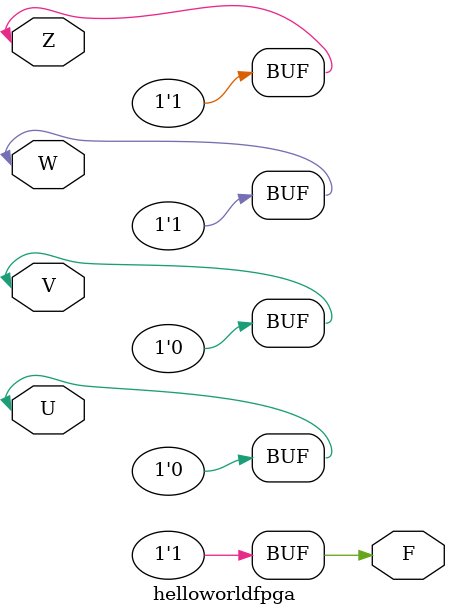
<source format=v>
module helloworldfpga(                    
    input  wire U,
    input  wire V,
    input  wire Z,
    input  wire W,
    output wire F,                   
    );                                     
    assign U=0;                               
    assign V=0;
    assign Z=1;
    assign W=1;
 
  always @(*)                         
  begin
  F=((U&!Z)|(!V&Z)|(!U&Z&!W));             
  end                                     
  endmodule

</source>
